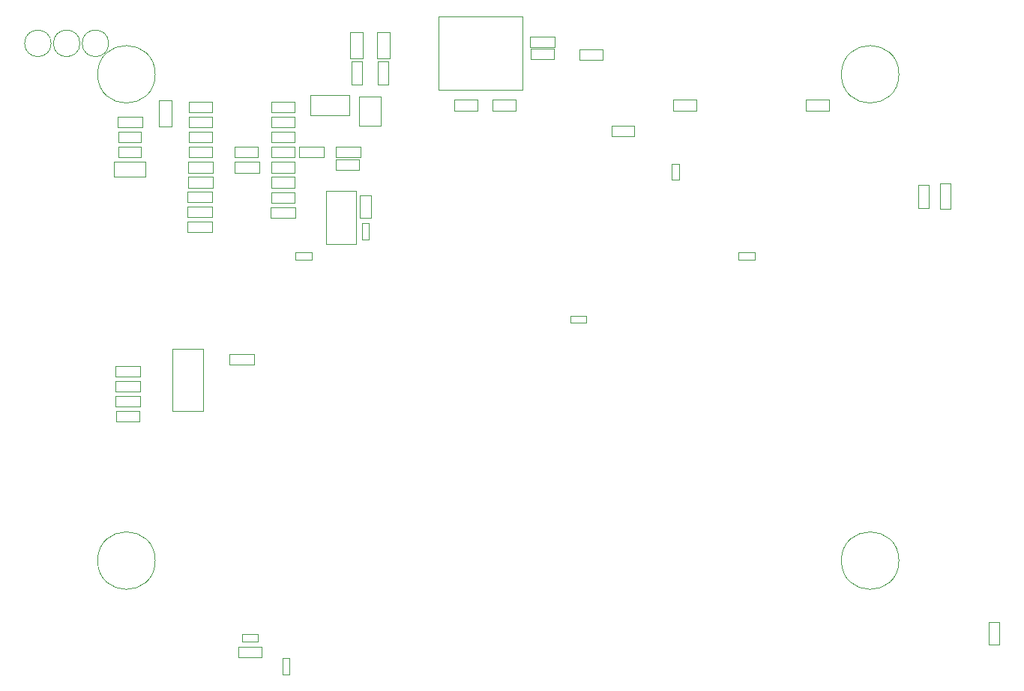
<source format=gbr>
%TF.GenerationSoftware,KiCad,Pcbnew,9.0.4*%
%TF.CreationDate,2025-10-09T22:00:13+02:00*%
%TF.ProjectId,Spikeling_v3.0,5370696b-656c-4696-9e67-5f76332e302e,rev?*%
%TF.SameCoordinates,Original*%
%TF.FileFunction,Other,User*%
%FSLAX46Y46*%
G04 Gerber Fmt 4.6, Leading zero omitted, Abs format (unit mm)*
G04 Created by KiCad (PCBNEW 9.0.4) date 2025-10-09 22:00:13*
%MOMM*%
%LPD*%
G01*
G04 APERTURE LIST*
%ADD10C,0.050000*%
G04 APERTURE END LIST*
D10*
%TO.C,R13*%
X143670000Y-64640000D02*
X146270000Y-64640000D01*
X143670000Y-65840000D02*
X143670000Y-64640000D01*
X146270000Y-64640000D02*
X146270000Y-65840000D01*
X146270000Y-65840000D02*
X143670000Y-65840000D01*
%TO.C,R18*%
X148390000Y-53540000D02*
X149590000Y-53540000D01*
X148390000Y-56140000D02*
X148390000Y-53540000D01*
X149590000Y-53540000D02*
X149590000Y-56140000D01*
X149590000Y-56140000D02*
X148390000Y-56140000D01*
%TO.C,C2*%
X131640000Y-86660000D02*
X134440000Y-86660000D01*
X131640000Y-87860000D02*
X131640000Y-86660000D01*
X134440000Y-86660000D02*
X134440000Y-87860000D01*
X134440000Y-87860000D02*
X131640000Y-87860000D01*
%TO.C,R9*%
X209425000Y-67525000D02*
X210625000Y-67525000D01*
X209425000Y-70125000D02*
X209425000Y-67525000D01*
X210625000Y-67525000D02*
X210625000Y-70125000D01*
X210625000Y-70125000D02*
X209425000Y-70125000D01*
%TO.C,C3*%
X118755000Y-89680000D02*
X121555000Y-89680000D01*
X118755000Y-90880000D02*
X118755000Y-89680000D01*
X121555000Y-89680000D02*
X121555000Y-90880000D01*
X121555000Y-90880000D02*
X118755000Y-90880000D01*
%TO.C,TP2*%
X111500000Y-51500000D02*
G75*
G02*
X108500000Y-51500000I-1500000J0D01*
G01*
X108500000Y-51500000D02*
G75*
G02*
X111500000Y-51500000I1500000J0D01*
G01*
%TO.C,R25*%
X119080000Y-63220000D02*
X121680000Y-63220000D01*
X119080000Y-64420000D02*
X119080000Y-63220000D01*
X121680000Y-63220000D02*
X121680000Y-64420000D01*
X121680000Y-64420000D02*
X119080000Y-64420000D01*
%TO.C,C25*%
X126920000Y-68240000D02*
X129720000Y-68240000D01*
X126920000Y-69440000D02*
X126920000Y-68240000D01*
X129720000Y-68240000D02*
X129720000Y-69440000D01*
X129720000Y-69440000D02*
X126920000Y-69440000D01*
%TO.C,C23*%
X126920000Y-69940000D02*
X129720000Y-69940000D01*
X126920000Y-71140000D02*
X126920000Y-69940000D01*
X129720000Y-69940000D02*
X129720000Y-71140000D01*
X129720000Y-71140000D02*
X126920000Y-71140000D01*
%TO.C,D1*%
X140800000Y-57350000D02*
X145200000Y-57350000D01*
X140800000Y-59650000D02*
X140800000Y-57350000D01*
X145200000Y-59650000D02*
X140800000Y-59650000D01*
X145200000Y-59650000D02*
X145200000Y-57350000D01*
%TO.C,C17*%
X126920000Y-71640000D02*
X129720000Y-71640000D01*
X126920000Y-72840000D02*
X126920000Y-71640000D01*
X129720000Y-71640000D02*
X129720000Y-72840000D01*
X129720000Y-72840000D02*
X126920000Y-72840000D01*
%TO.C,R28*%
X119080000Y-61520000D02*
X121680000Y-61520000D01*
X119080000Y-62720000D02*
X119080000Y-61520000D01*
X121680000Y-61520000D02*
X121680000Y-62720000D01*
X121680000Y-62720000D02*
X119080000Y-62720000D01*
%TO.C,R7*%
X132675000Y-119725000D02*
X135275000Y-119725000D01*
X132675000Y-120925000D02*
X132675000Y-119725000D01*
X135275000Y-119725000D02*
X135275000Y-120925000D01*
X135275000Y-120925000D02*
X132675000Y-120925000D01*
%TO.C,R15*%
X136390000Y-64920000D02*
X138990000Y-64920000D01*
X136390000Y-66120000D02*
X136390000Y-64920000D01*
X138990000Y-64920000D02*
X138990000Y-66120000D01*
X138990000Y-66120000D02*
X136390000Y-66120000D01*
%TO.C,R8*%
X217400000Y-116925000D02*
X218600000Y-116925000D01*
X217400000Y-119525000D02*
X217400000Y-116925000D01*
X218600000Y-116925000D02*
X218600000Y-119525000D01*
X218600000Y-119525000D02*
X217400000Y-119525000D01*
%TO.C,U2*%
X125165000Y-86070000D02*
X128665000Y-86070000D01*
X125165000Y-93070000D02*
X125165000Y-86070000D01*
X128665000Y-86070000D02*
X128665000Y-93070000D01*
X128665000Y-93070000D02*
X125165000Y-93070000D01*
%TO.C,R19*%
X136390000Y-68320000D02*
X138990000Y-68320000D01*
X136390000Y-69520000D02*
X136390000Y-68320000D01*
X138990000Y-68320000D02*
X138990000Y-69520000D01*
X138990000Y-69520000D02*
X136390000Y-69520000D01*
%TO.C,C5*%
X170125000Y-82320000D02*
X170125000Y-83120000D01*
X170125000Y-82320000D02*
X171925000Y-82320000D01*
X171925000Y-82320000D02*
X171925000Y-83120000D01*
X171925000Y-83120000D02*
X170125000Y-83120000D01*
%TO.C,R16*%
X127080000Y-61520000D02*
X129680000Y-61520000D01*
X127080000Y-62720000D02*
X127080000Y-61520000D01*
X129680000Y-61520000D02*
X129680000Y-62720000D01*
X129680000Y-62720000D02*
X127080000Y-62720000D01*
%TO.C,C14*%
X139500000Y-63220000D02*
X142300000Y-63220000D01*
X139500000Y-64420000D02*
X139500000Y-63220000D01*
X142300000Y-63220000D02*
X142300000Y-64420000D01*
X142300000Y-64420000D02*
X139500000Y-64420000D01*
%TO.C,JP1*%
X146240000Y-60800000D02*
X146240000Y-57500000D01*
X146240000Y-60800000D02*
X148740000Y-60800000D01*
X148740000Y-57500000D02*
X146240000Y-57500000D01*
X148740000Y-57500000D02*
X148740000Y-60800000D01*
%TO.C,H2*%
X207250000Y-55000000D02*
G75*
G02*
X200750000Y-55000000I-3250000J0D01*
G01*
X200750000Y-55000000D02*
G75*
G02*
X207250000Y-55000000I3250000J0D01*
G01*
%TO.C,R12*%
X196775000Y-57900000D02*
X199375000Y-57900000D01*
X196775000Y-59100000D02*
X196775000Y-57900000D01*
X199375000Y-57900000D02*
X199375000Y-59100000D01*
X199375000Y-59100000D02*
X196775000Y-59100000D01*
%TO.C,R5*%
X146400000Y-68670000D02*
X147600000Y-68670000D01*
X146400000Y-71270000D02*
X146400000Y-68670000D01*
X147600000Y-68670000D02*
X147600000Y-71270000D01*
X147600000Y-71270000D02*
X146400000Y-71270000D01*
%TO.C,C19*%
X165540000Y-50770000D02*
X168340000Y-50770000D01*
X165540000Y-51970000D02*
X165540000Y-50770000D01*
X168340000Y-50770000D02*
X168340000Y-51970000D01*
X168340000Y-51970000D02*
X165540000Y-51970000D01*
%TO.C,SW1*%
X142525000Y-68225000D02*
X142525000Y-74225000D01*
X142525000Y-74225000D02*
X145925000Y-74225000D01*
X145925000Y-68225000D02*
X142525000Y-68225000D01*
X145925000Y-74225000D02*
X145925000Y-68225000D01*
%TO.C,C7*%
X139100000Y-75150000D02*
X139100000Y-75950000D01*
X139100000Y-75150000D02*
X140900000Y-75150000D01*
X140900000Y-75150000D02*
X140900000Y-75950000D01*
X140900000Y-75950000D02*
X139100000Y-75950000D01*
%TO.C,C16*%
X118980000Y-59820000D02*
X121780000Y-59820000D01*
X118980000Y-61020000D02*
X118980000Y-59820000D01*
X121780000Y-59820000D02*
X121780000Y-61020000D01*
X121780000Y-61020000D02*
X118980000Y-61020000D01*
%TO.C,C18*%
X136250000Y-70020000D02*
X139050000Y-70020000D01*
X136250000Y-71220000D02*
X136250000Y-70020000D01*
X139050000Y-70020000D02*
X139050000Y-71220000D01*
X139050000Y-71220000D02*
X136250000Y-71220000D01*
%TO.C,C8*%
X189150000Y-75150000D02*
X190950000Y-75150000D01*
X189150000Y-75950000D02*
X189150000Y-75150000D01*
X190950000Y-75950000D02*
X189150000Y-75950000D01*
X190950000Y-75950000D02*
X190950000Y-75150000D01*
%TO.C,H1*%
X123250000Y-55000000D02*
G75*
G02*
X116750000Y-55000000I-3250000J0D01*
G01*
X116750000Y-55000000D02*
G75*
G02*
X123250000Y-55000000I3250000J0D01*
G01*
%TO.C,R17*%
X127080000Y-59820000D02*
X129680000Y-59820000D01*
X127080000Y-61020000D02*
X127080000Y-59820000D01*
X129680000Y-59820000D02*
X129680000Y-61020000D01*
X129680000Y-61020000D02*
X127080000Y-61020000D01*
%TO.C,R3*%
X145400000Y-53540000D02*
X146600000Y-53540000D01*
X145400000Y-56140000D02*
X145400000Y-53540000D01*
X146600000Y-53540000D02*
X146600000Y-56140000D01*
X146600000Y-56140000D02*
X145400000Y-56140000D01*
%TO.C,C11*%
X211900000Y-67380000D02*
X213100000Y-67380000D01*
X211900000Y-70180000D02*
X211900000Y-67380000D01*
X213100000Y-67380000D02*
X213100000Y-70180000D01*
X213100000Y-70180000D02*
X211900000Y-70180000D01*
%TO.C,J1*%
X155250000Y-48500000D02*
X164750000Y-48500000D01*
X155250000Y-56750000D02*
X155250000Y-48500000D01*
X164750000Y-48500000D02*
X164750000Y-56750000D01*
X164750000Y-56750000D02*
X155250000Y-56750000D01*
%TO.C,TP1*%
X114750000Y-51500000D02*
G75*
G02*
X111750000Y-51500000I-1500000J0D01*
G01*
X111750000Y-51500000D02*
G75*
G02*
X114750000Y-51500000I1500000J0D01*
G01*
%TO.C,C22*%
X126940000Y-64920000D02*
X129740000Y-64920000D01*
X126940000Y-66120000D02*
X126940000Y-64920000D01*
X129740000Y-64920000D02*
X129740000Y-66120000D01*
X129740000Y-66120000D02*
X126940000Y-66120000D01*
%TO.C,C10*%
X133075000Y-118325000D02*
X133075000Y-119125000D01*
X133075000Y-118325000D02*
X134875000Y-118325000D01*
X134875000Y-118325000D02*
X134875000Y-119125000D01*
X134875000Y-119125000D02*
X133075000Y-119125000D01*
%TO.C,R20*%
X165680000Y-52080000D02*
X168280000Y-52080000D01*
X165680000Y-53280000D02*
X165680000Y-52080000D01*
X168280000Y-52080000D02*
X168280000Y-53280000D01*
X168280000Y-53280000D02*
X165680000Y-53280000D01*
%TO.C,C9*%
X137610000Y-121060000D02*
X138410000Y-121060000D01*
X137610000Y-122860000D02*
X137610000Y-121060000D01*
X137610000Y-122860000D02*
X138410000Y-122860000D01*
X138410000Y-121060000D02*
X138410000Y-122860000D01*
%TO.C,R22*%
X136390000Y-59820000D02*
X138990000Y-59820000D01*
X136390000Y-61020000D02*
X136390000Y-59820000D01*
X138990000Y-59820000D02*
X138990000Y-61020000D01*
X138990000Y-61020000D02*
X136390000Y-61020000D01*
%TO.C,R21*%
X136390000Y-66620000D02*
X138990000Y-66620000D01*
X136390000Y-67820000D02*
X136390000Y-66620000D01*
X138990000Y-66620000D02*
X138990000Y-67820000D01*
X138990000Y-67820000D02*
X136390000Y-67820000D01*
%TO.C,D7*%
X148270000Y-50270000D02*
X149730000Y-50270000D01*
X148270000Y-53230000D02*
X148270000Y-50270000D01*
X149730000Y-50270000D02*
X149730000Y-53230000D01*
X149730000Y-53230000D02*
X148270000Y-53230000D01*
%TO.C,R15*%
X132240000Y-63220000D02*
X134840000Y-63220000D01*
X132240000Y-64420000D02*
X132240000Y-63220000D01*
X134840000Y-63220000D02*
X134840000Y-64420000D01*
X134840000Y-64420000D02*
X132240000Y-64420000D01*
%TO.C,R11*%
X181775000Y-57900000D02*
X184375000Y-57900000D01*
X181775000Y-59100000D02*
X181775000Y-57900000D01*
X184375000Y-57900000D02*
X184375000Y-59100000D01*
X184375000Y-59100000D02*
X181775000Y-59100000D01*
%TO.C,C4*%
X118750000Y-91360000D02*
X121550000Y-91360000D01*
X118750000Y-92560000D02*
X118750000Y-91360000D01*
X121550000Y-91360000D02*
X121550000Y-92560000D01*
X121550000Y-92560000D02*
X118750000Y-92560000D01*
%TO.C,R26*%
X127080000Y-58120000D02*
X129680000Y-58120000D01*
X127080000Y-59320000D02*
X127080000Y-58120000D01*
X129680000Y-58120000D02*
X129680000Y-59320000D01*
X129680000Y-59320000D02*
X127080000Y-59320000D01*
%TO.C,C1*%
X118755000Y-87980000D02*
X121555000Y-87980000D01*
X118755000Y-89180000D02*
X118755000Y-87980000D01*
X121555000Y-87980000D02*
X121555000Y-89180000D01*
X121555000Y-89180000D02*
X118755000Y-89180000D01*
%TO.C,R4*%
X171200000Y-52150000D02*
X173800000Y-52150000D01*
X171200000Y-53350000D02*
X171200000Y-52150000D01*
X173800000Y-52150000D02*
X173800000Y-53350000D01*
X173800000Y-53350000D02*
X171200000Y-53350000D01*
%TO.C,C12*%
X181600000Y-65100000D02*
X182400000Y-65100000D01*
X181600000Y-66900000D02*
X181600000Y-65100000D01*
X181600000Y-66900000D02*
X182400000Y-66900000D01*
X182400000Y-65100000D02*
X182400000Y-66900000D01*
%TO.C,L2*%
X118630000Y-64920000D02*
X122130000Y-64920000D01*
X118630000Y-66620000D02*
X118630000Y-64920000D01*
X122130000Y-64920000D02*
X122130000Y-66620000D01*
X122130000Y-66620000D02*
X118630000Y-66620000D01*
%TO.C,H3*%
X207250000Y-110000000D02*
G75*
G02*
X200750000Y-110000000I-3250000J0D01*
G01*
X200750000Y-110000000D02*
G75*
G02*
X207250000Y-110000000I3250000J0D01*
G01*
%TO.C,R24*%
X136390000Y-61520000D02*
X138990000Y-61520000D01*
X136390000Y-62720000D02*
X136390000Y-61520000D01*
X138990000Y-61520000D02*
X138990000Y-62720000D01*
X138990000Y-62720000D02*
X136390000Y-62720000D01*
%TO.C,C21*%
X126940000Y-66620000D02*
X129740000Y-66620000D01*
X126940000Y-67820000D02*
X126940000Y-66620000D01*
X129740000Y-66620000D02*
X129740000Y-67820000D01*
X129740000Y-67820000D02*
X126940000Y-67820000D01*
%TO.C,R10*%
X174775000Y-60825000D02*
X177375000Y-60825000D01*
X174775000Y-62025000D02*
X174775000Y-60825000D01*
X177375000Y-60825000D02*
X177375000Y-62025000D01*
X177375000Y-62025000D02*
X174775000Y-62025000D01*
%TO.C,Q2*%
X123630000Y-57930000D02*
X123630000Y-60930000D01*
X123630000Y-60930000D02*
X125130000Y-60930000D01*
X125130000Y-57930000D02*
X123630000Y-57930000D01*
X125130000Y-60930000D02*
X125130000Y-57930000D01*
%TO.C,TP3*%
X118000000Y-51500000D02*
G75*
G02*
X115000000Y-51500000I-1500000J0D01*
G01*
X115000000Y-51500000D02*
G75*
G02*
X118000000Y-51500000I1500000J0D01*
G01*
%TO.C,R6*%
X118850000Y-93080000D02*
X121450000Y-93080000D01*
X118850000Y-94280000D02*
X118850000Y-93080000D01*
X121450000Y-93080000D02*
X121450000Y-94280000D01*
X121450000Y-94280000D02*
X118850000Y-94280000D01*
%TO.C,R21*%
X136390000Y-58120000D02*
X138990000Y-58120000D01*
X136390000Y-59320000D02*
X136390000Y-58120000D01*
X138990000Y-58120000D02*
X138990000Y-59320000D01*
X138990000Y-59320000D02*
X136390000Y-59320000D01*
%TO.C,C20*%
X132180000Y-64920000D02*
X134980000Y-64920000D01*
X132180000Y-66120000D02*
X132180000Y-64920000D01*
X134980000Y-64920000D02*
X134980000Y-66120000D01*
X134980000Y-66120000D02*
X132180000Y-66120000D01*
%TO.C,R23*%
X136390000Y-63220000D02*
X138990000Y-63220000D01*
X136390000Y-64420000D02*
X136390000Y-63220000D01*
X138990000Y-63220000D02*
X138990000Y-64420000D01*
X138990000Y-64420000D02*
X136390000Y-64420000D01*
%TO.C,C6*%
X146600000Y-73650000D02*
X146600000Y-71850000D01*
X147400000Y-71850000D02*
X146600000Y-71850000D01*
X147400000Y-71850000D02*
X147400000Y-73650000D01*
X147400000Y-73650000D02*
X146600000Y-73650000D01*
%TO.C,H4*%
X123250000Y-110000000D02*
G75*
G02*
X116750000Y-110000000I-3250000J0D01*
G01*
X116750000Y-110000000D02*
G75*
G02*
X123250000Y-110000000I3250000J0D01*
G01*
%TO.C,R2*%
X157020000Y-57900000D02*
X159620000Y-57900000D01*
X157020000Y-59100000D02*
X157020000Y-57900000D01*
X159620000Y-57900000D02*
X159620000Y-59100000D01*
X159620000Y-59100000D02*
X157020000Y-59100000D01*
%TO.C,C13*%
X143660000Y-63220000D02*
X146460000Y-63220000D01*
X143660000Y-64420000D02*
X143660000Y-63220000D01*
X146460000Y-63220000D02*
X146460000Y-64420000D01*
X146460000Y-64420000D02*
X143660000Y-64420000D01*
%TO.C,R1*%
X161380000Y-57900000D02*
X163980000Y-57900000D01*
X161380000Y-59100000D02*
X161380000Y-57900000D01*
X163980000Y-57900000D02*
X163980000Y-59100000D01*
X163980000Y-59100000D02*
X161380000Y-59100000D01*
%TO.C,D2*%
X145270000Y-50270000D02*
X146730000Y-50270000D01*
X145270000Y-53230000D02*
X145270000Y-50270000D01*
X146730000Y-50270000D02*
X146730000Y-53230000D01*
X146730000Y-53230000D02*
X145270000Y-53230000D01*
%TO.C,R14*%
X127080000Y-63220000D02*
X129680000Y-63220000D01*
X127080000Y-64420000D02*
X127080000Y-63220000D01*
X129680000Y-63220000D02*
X129680000Y-64420000D01*
X129680000Y-64420000D02*
X127080000Y-64420000D01*
%TD*%
M02*

</source>
